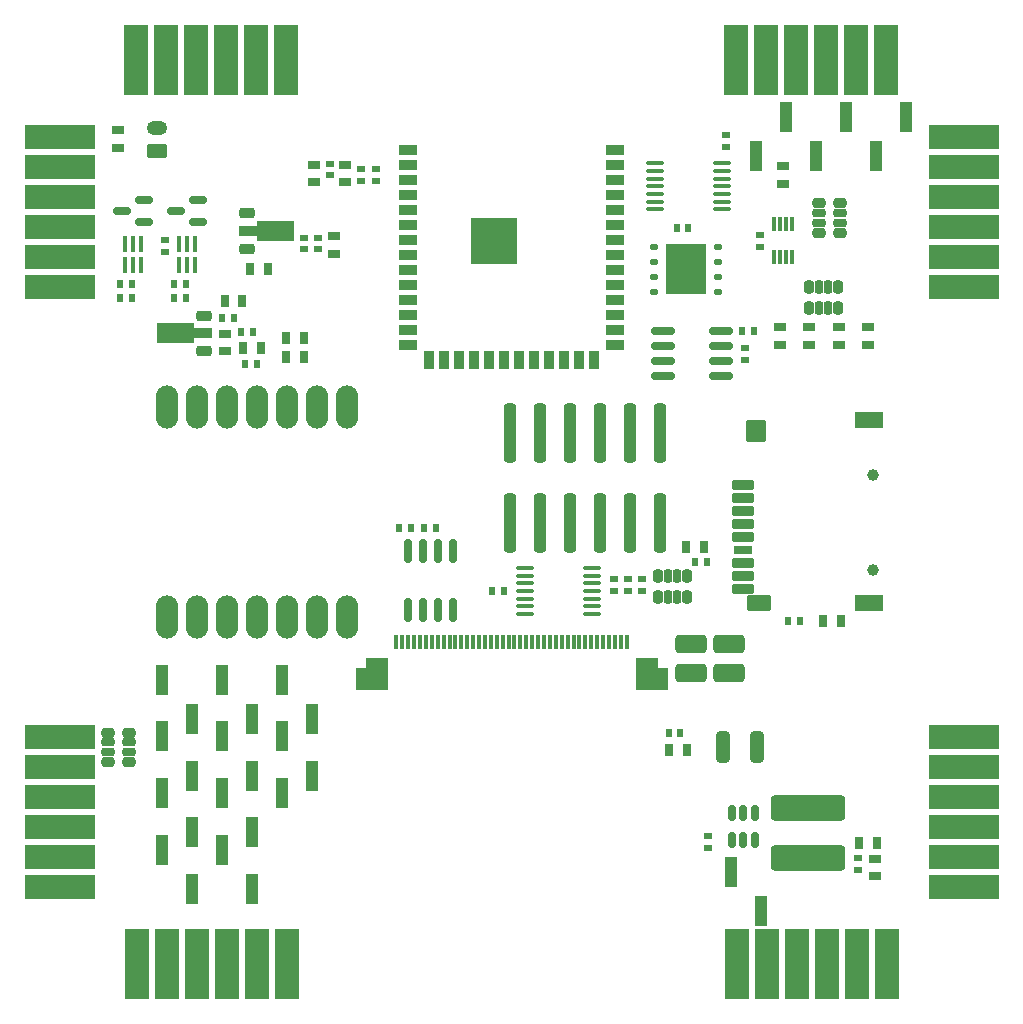
<source format=gts>
G04 #@! TF.GenerationSoftware,KiCad,Pcbnew,9.0.7*
G04 #@! TF.CreationDate,2026-02-18T22:11:59-06:00*
G04 #@! TF.ProjectId,grad_cap_display,67726164-5f63-4617-905f-646973706c61,rev?*
G04 #@! TF.SameCoordinates,Original*
G04 #@! TF.FileFunction,Soldermask,Top*
G04 #@! TF.FilePolarity,Negative*
%FSLAX46Y46*%
G04 Gerber Fmt 4.6, Leading zero omitted, Abs format (unit mm)*
G04 Created by KiCad (PCBNEW 9.0.7) date 2026-02-18 22:11:59*
%MOMM*%
%LPD*%
G01*
G04 APERTURE LIST*
G04 Aperture macros list*
%AMRoundRect*
0 Rectangle with rounded corners*
0 $1 Rounding radius*
0 $2 $3 $4 $5 $6 $7 $8 $9 X,Y pos of 4 corners*
0 Add a 4 corners polygon primitive as box body*
4,1,4,$2,$3,$4,$5,$6,$7,$8,$9,$2,$3,0*
0 Add four circle primitives for the rounded corners*
1,1,$1+$1,$2,$3*
1,1,$1+$1,$4,$5*
1,1,$1+$1,$6,$7*
1,1,$1+$1,$8,$9*
0 Add four rect primitives between the rounded corners*
20,1,$1+$1,$2,$3,$4,$5,0*
20,1,$1+$1,$4,$5,$6,$7,0*
20,1,$1+$1,$6,$7,$8,$9,0*
20,1,$1+$1,$8,$9,$2,$3,0*%
%AMFreePoly0*
4,1,9,3.862500,-0.866500,0.737500,-0.866500,0.737500,-0.450000,-0.737500,-0.450000,-0.737500,0.450000,0.737500,0.450000,0.737500,0.866500,3.862500,0.866500,3.862500,-0.866500,3.862500,-0.866500,$1*%
G04 Aperture macros list end*
%ADD10C,0.010000*%
%ADD11R,1.000000X0.800000*%
%ADD12R,0.700000X0.600000*%
%ADD13R,0.600000X0.700000*%
%ADD14C,0.600000*%
%ADD15R,3.900000X3.900000*%
%ADD16R,1.500000X0.900000*%
%ADD17R,0.900000X1.500000*%
%ADD18R,3.400000X4.300000*%
%ADD19RoundRect,0.125000X-0.250000X-0.125000X0.250000X-0.125000X0.250000X0.125000X-0.250000X0.125000X0*%
%ADD20RoundRect,0.102000X0.800000X-0.350000X0.800000X0.350000X-0.800000X0.350000X-0.800000X-0.350000X0*%
%ADD21RoundRect,0.102000X1.100000X-0.600000X1.100000X0.600000X-1.100000X0.600000X-1.100000X-0.600000X0*%
%ADD22RoundRect,0.102000X0.750000X-0.800000X0.750000X0.800000X-0.750000X0.800000X-0.750000X-0.800000X0*%
%ADD23RoundRect,0.102000X0.900000X-0.600000X0.900000X0.600000X-0.900000X0.600000X-0.900000X-0.600000X0*%
%ADD24R,1.600000X0.700000*%
%ADD25C,1.000000*%
%ADD26RoundRect,0.225000X0.425000X0.225000X-0.425000X0.225000X-0.425000X-0.225000X0.425000X-0.225000X0*%
%ADD27FreePoly0,180.000000*%
%ADD28RoundRect,0.225000X-0.425000X-0.225000X0.425000X-0.225000X0.425000X0.225000X-0.425000X0.225000X0*%
%ADD29FreePoly0,0.000000*%
%ADD30RoundRect,0.355555X0.969445X-0.444445X0.969445X0.444445X-0.969445X0.444445X-0.969445X-0.444445X0*%
%ADD31R,0.800000X1.000000*%
%ADD32RoundRect,0.150000X0.587500X0.150000X-0.587500X0.150000X-0.587500X-0.150000X0.587500X-0.150000X0*%
%ADD33RoundRect,0.100000X0.100000X-0.562500X0.100000X0.562500X-0.100000X0.562500X-0.100000X-0.562500X0*%
%ADD34RoundRect,0.100000X0.637500X0.100000X-0.637500X0.100000X-0.637500X-0.100000X0.637500X-0.100000X0*%
%ADD35RoundRect,0.203500X0.348500X0.203500X-0.348500X0.203500X-0.348500X-0.203500X0.348500X-0.203500X0*%
%ADD36RoundRect,0.183500X0.368500X0.183500X-0.368500X0.183500X-0.368500X-0.183500X0.368500X-0.183500X0*%
%ADD37O,1.750000X1.200000*%
%ADD38RoundRect,0.250000X0.625000X-0.350000X0.625000X0.350000X-0.625000X0.350000X-0.625000X-0.350000X0*%
%ADD39RoundRect,0.203500X0.203500X-0.348500X0.203500X0.348500X-0.203500X0.348500X-0.203500X-0.348500X0*%
%ADD40RoundRect,0.183500X0.183500X-0.368500X0.183500X0.368500X-0.183500X0.368500X-0.183500X-0.368500X0*%
%ADD41RoundRect,0.203500X-0.348500X-0.203500X0.348500X-0.203500X0.348500X0.203500X-0.348500X0.203500X0*%
%ADD42RoundRect,0.183500X-0.368500X-0.183500X0.368500X-0.183500X0.368500X0.183500X-0.368500X0.183500X0*%
%ADD43O,1.879600X3.657600*%
%ADD44R,1.000000X2.510000*%
%ADD45RoundRect,0.150000X-0.825000X-0.150000X0.825000X-0.150000X0.825000X0.150000X-0.825000X0.150000X0*%
%ADD46RoundRect,0.100000X-0.637500X-0.100000X0.637500X-0.100000X0.637500X0.100000X-0.637500X0.100000X0*%
%ADD47R,2.000000X6.000000*%
%ADD48RoundRect,0.150000X-0.150000X0.512500X-0.150000X-0.512500X0.150000X-0.512500X0.150000X0.512500X0*%
%ADD49R,6.000000X2.000000*%
%ADD50RoundRect,0.250000X-0.312500X-1.075000X0.312500X-1.075000X0.312500X1.075000X-0.312500X1.075000X0*%
%ADD51RoundRect,0.150000X0.150000X-0.825000X0.150000X0.825000X-0.150000X0.825000X-0.150000X-0.825000X0*%
%ADD52RoundRect,0.250000X0.260000X-2.250000X0.260000X2.250000X-0.260000X2.250000X-0.260000X-2.250000X0*%
%ADD53R,0.300000X1.200000*%
%ADD54RoundRect,0.087500X0.087500X-0.537500X0.087500X0.537500X-0.087500X0.537500X-0.087500X-0.537500X0*%
%ADD55RoundRect,0.322500X2.827500X-0.752500X2.827500X0.752500X-2.827500X0.752500X-2.827500X-0.752500X0*%
G04 APERTURE END LIST*
D10*
X27730000Y-53252500D02*
X25130000Y-53252500D01*
X25130000Y-51452500D01*
X25930000Y-51452500D01*
X25930000Y-50652500D01*
X27730000Y-50652500D01*
X27730000Y-53252500D01*
G36*
X27730000Y-53252500D02*
G01*
X25130000Y-53252500D01*
X25130000Y-51452500D01*
X25930000Y-51452500D01*
X25930000Y-50652500D01*
X27730000Y-50652500D01*
X27730000Y-53252500D01*
G37*
X50630000Y-51452500D02*
X51430000Y-51452500D01*
X51430000Y-53252500D01*
X48830000Y-53252500D01*
X48830000Y-50652500D01*
X50630000Y-50652500D01*
X50630000Y-51452500D01*
G36*
X50630000Y-51452500D02*
G01*
X51430000Y-51452500D01*
X51430000Y-53252500D01*
X48830000Y-53252500D01*
X48830000Y-50652500D01*
X50630000Y-50652500D01*
X50630000Y-51452500D01*
G37*
D11*
X24220076Y-8881849D03*
X24220076Y-10381849D03*
D12*
X25570076Y-10271847D03*
X25570076Y-9271849D03*
X26770076Y-10271847D03*
X26770076Y-9271849D03*
X22870076Y-8781850D03*
X22870076Y-9781848D03*
D11*
X21520076Y-8880605D03*
X21520076Y-10380605D03*
D13*
X9690077Y-20152469D03*
X10690075Y-20152469D03*
X9690077Y-18952469D03*
X10690075Y-18952469D03*
X14770076Y-21822469D03*
X13770076Y-21822469D03*
D14*
X38192500Y-16050000D03*
X38192500Y-14650000D03*
X37492500Y-16750000D03*
X37492500Y-15350000D03*
X37492500Y-13950000D03*
X36792500Y-16050000D03*
D15*
X36792500Y-15350000D03*
D14*
X36792500Y-14650000D03*
X36092500Y-16750000D03*
X36092500Y-15350000D03*
X36092500Y-13950000D03*
X35392500Y-16050000D03*
X35392500Y-14650000D03*
D16*
X47042500Y-7630000D03*
X47042500Y-8900000D03*
X47042500Y-10170000D03*
X47042500Y-11440000D03*
X47042500Y-12710000D03*
X47042500Y-13980000D03*
X47042500Y-15250000D03*
X47042500Y-16520000D03*
X47042500Y-17790000D03*
X47042500Y-19060000D03*
X47042500Y-20330000D03*
X47042500Y-21600000D03*
X47042500Y-22870000D03*
X47042500Y-24140000D03*
D17*
X45277500Y-25390000D03*
X44007500Y-25390000D03*
X42737500Y-25390000D03*
X41467500Y-25390000D03*
X40197500Y-25390000D03*
X38927500Y-25390000D03*
X37657500Y-25390000D03*
X36387500Y-25390000D03*
X35117500Y-25390000D03*
X33847500Y-25390000D03*
X32577500Y-25390000D03*
X31307500Y-25390000D03*
D16*
X29542500Y-24140000D03*
X29542500Y-22870000D03*
X29542500Y-21600000D03*
X29542500Y-20330000D03*
X29542500Y-19060000D03*
X29542500Y-17790000D03*
X29542500Y-16520000D03*
X29542500Y-15250000D03*
X29542500Y-13980000D03*
X29542500Y-12710000D03*
X29542500Y-11440000D03*
X29542500Y-10170000D03*
X29542500Y-8900000D03*
X29542500Y-7630000D03*
D18*
X53080076Y-17717469D03*
D19*
X55780076Y-15812469D03*
X55780076Y-17082469D03*
X55780076Y-18352469D03*
X55780076Y-19622469D03*
X50380076Y-19622469D03*
X50380076Y-18352469D03*
X50380076Y-17082469D03*
X50380076Y-15812469D03*
D20*
X57920000Y-44790000D03*
D21*
X68520000Y-30490000D03*
D22*
X58970000Y-31390000D03*
D21*
X68520000Y-45990000D03*
D23*
X59220000Y-45990000D03*
D20*
X57919999Y-43690000D03*
X57920000Y-42590000D03*
D24*
X57919999Y-41490000D03*
D20*
X57920000Y-40390000D03*
X57920000Y-39290001D03*
X57920000Y-38190000D03*
X57920000Y-37090000D03*
X57920000Y-35990000D03*
D25*
X68920000Y-35190000D03*
X68920000Y-43190001D03*
D26*
X12210076Y-24662469D03*
D27*
X12122575Y-23162469D03*
D26*
X12210076Y-21662469D03*
D28*
X15871986Y-15992469D03*
D29*
X15959487Y-14492469D03*
D28*
X15871986Y-12992469D03*
D30*
X56700000Y-51920000D03*
X56700000Y-49470000D03*
X53500000Y-49470000D03*
X53500000Y-51920000D03*
D12*
X54920076Y-66692468D03*
X54920076Y-65692470D03*
D31*
X67690076Y-66322469D03*
X69190076Y-66322469D03*
D11*
X23220076Y-16452469D03*
X23220076Y-14952469D03*
D31*
X17620076Y-17712469D03*
X16120076Y-17712469D03*
D12*
X21870076Y-15052470D03*
X21870076Y-16052468D03*
X20670076Y-15052470D03*
X20670076Y-16052468D03*
D31*
X20700076Y-25152469D03*
X19200076Y-25152469D03*
D13*
X6140075Y-18952469D03*
X5140077Y-18952469D03*
X6140075Y-20152469D03*
X5140077Y-20152469D03*
D12*
X8930076Y-15252470D03*
X8930076Y-16252468D03*
D13*
X15380077Y-23062469D03*
X16380075Y-23062469D03*
D32*
X5307424Y-12816462D03*
X7182425Y-11866462D03*
X7182425Y-13766462D03*
D33*
X5592426Y-17403962D03*
X6242426Y-17403962D03*
X6892426Y-17403962D03*
X6892426Y-15628962D03*
X6242426Y-15628962D03*
X5592426Y-15628962D03*
D32*
X9851986Y-12814968D03*
X11726987Y-11864968D03*
X11726987Y-13764968D03*
D33*
X10139487Y-15617468D03*
X10789487Y-15617468D03*
X11439487Y-15617468D03*
X11439487Y-17392468D03*
X10789487Y-17392468D03*
X10139487Y-17392468D03*
D13*
X16690075Y-25752469D03*
X15690077Y-25752469D03*
D31*
X19200076Y-23552469D03*
X20700076Y-23552469D03*
D34*
X45122531Y-46932469D03*
X45122531Y-46282469D03*
X45122531Y-45632469D03*
X45122531Y-44982469D03*
X45122531Y-44332469D03*
X45122531Y-43682469D03*
X45122531Y-43032469D03*
X39397531Y-43032469D03*
X39397531Y-43682469D03*
X39397531Y-44332469D03*
X39397531Y-44982469D03*
X39397531Y-45632469D03*
X39397531Y-46282469D03*
X39397531Y-46932469D03*
D35*
X66074720Y-14622469D03*
D36*
X66074720Y-13782469D03*
X66074720Y-12982469D03*
D35*
X66074720Y-12142469D03*
X64304720Y-12142469D03*
D36*
X64304720Y-12982469D03*
X64304720Y-13782469D03*
D35*
X64304720Y-14622469D03*
D37*
X8230076Y-5762468D03*
D38*
X8230076Y-7762469D03*
D39*
X63450076Y-21027469D03*
D40*
X64290076Y-21027469D03*
X65090076Y-21027469D03*
D39*
X65930076Y-21027469D03*
X65930076Y-19257469D03*
D40*
X65090076Y-19257469D03*
X64290076Y-19257469D03*
D39*
X63450076Y-19257469D03*
D41*
X4102500Y-56960000D03*
D42*
X4102500Y-57800000D03*
X4102500Y-58600000D03*
D41*
X4102500Y-59440000D03*
X5872500Y-59440000D03*
D42*
X5872500Y-58600000D03*
X5872500Y-57800000D03*
D41*
X5872500Y-56960000D03*
D39*
X50670076Y-45492469D03*
D40*
X51510076Y-45492469D03*
X52310076Y-45492469D03*
D39*
X53150076Y-45492469D03*
X53150076Y-43722469D03*
D40*
X52310076Y-43722469D03*
X51510076Y-43722469D03*
D39*
X50670076Y-43722469D03*
D43*
X9140000Y-47140000D03*
X11680000Y-47140000D03*
X14220000Y-47140000D03*
X16760000Y-47140000D03*
X19300000Y-47140000D03*
X21840000Y-47140000D03*
X24380000Y-47140000D03*
X24380000Y-29360000D03*
X21840000Y-29360000D03*
X19300000Y-29360000D03*
X16760000Y-29360000D03*
X14220000Y-29360000D03*
X11680000Y-29360000D03*
X9140000Y-29360000D03*
D13*
X31899999Y-39669988D03*
X30900001Y-39669988D03*
D44*
X8670076Y-66877469D03*
X11210076Y-70187469D03*
X13750076Y-66877469D03*
X16290076Y-70187469D03*
X58990000Y-8150000D03*
X61530000Y-4840000D03*
X64070000Y-8150000D03*
X66610000Y-4840000D03*
X69150000Y-8150000D03*
X71690000Y-4840000D03*
D13*
X62709999Y-47530000D03*
X61710001Y-47530000D03*
D45*
X51080076Y-22997469D03*
X51080076Y-24267469D03*
X51080076Y-25537469D03*
X51080076Y-26807469D03*
X56030076Y-26807469D03*
X56030076Y-25537469D03*
X56030076Y-24267469D03*
X56030076Y-22997469D03*
D46*
X50402576Y-8752469D03*
X50402576Y-9402469D03*
X50402576Y-10052469D03*
X50402576Y-10702469D03*
X50402576Y-11352469D03*
X50402576Y-12002469D03*
X50402576Y-12652469D03*
X56127576Y-12652469D03*
X56127576Y-12002469D03*
X56127576Y-11352469D03*
X56127576Y-10702469D03*
X56127576Y-10052469D03*
X56127576Y-9402469D03*
X56127576Y-8752469D03*
D47*
X6572498Y-76570000D03*
X6572498Y-76570000D03*
D25*
X6572499Y-74283999D03*
D47*
X9112499Y-76570000D03*
X9112499Y-76570000D03*
D25*
X9112499Y-74284000D03*
D47*
X11652499Y-76570000D03*
X11652499Y-76570000D03*
D25*
X11652499Y-74284000D03*
D47*
X14192499Y-76570000D03*
X14192499Y-76570000D03*
D25*
X14192499Y-74284000D03*
D47*
X16732499Y-76570000D03*
X16732499Y-76570000D03*
D25*
X16732499Y-74284000D03*
D47*
X19272500Y-76570000D03*
X19272500Y-76570000D03*
D25*
X19272499Y-74283999D03*
D47*
X57372499Y-76570000D03*
X57372499Y-76570000D03*
D25*
X57372499Y-74284000D03*
D47*
X59912499Y-76570000D03*
X59912499Y-76570000D03*
D25*
X59912499Y-74284000D03*
D47*
X62452498Y-76570000D03*
X62452498Y-76570000D03*
D25*
X62452498Y-74284000D03*
D47*
X64992500Y-76570000D03*
X64992500Y-76570000D03*
D25*
X64992500Y-74284000D03*
D47*
X67532499Y-76570000D03*
X67532499Y-76570000D03*
D25*
X67532499Y-74284000D03*
D47*
X70072499Y-76570000D03*
X70072499Y-76570000D03*
D25*
X70072499Y-74284000D03*
D44*
X8670000Y-62095001D03*
X11210000Y-65405001D03*
X13750000Y-62095001D03*
X16290000Y-65405001D03*
X18830000Y-62095001D03*
D31*
X51626120Y-58450000D03*
X53126120Y-58450000D03*
D12*
X58055076Y-25397468D03*
X58055076Y-24397470D03*
D44*
X21370000Y-60601247D03*
X18830000Y-57291247D03*
X16290000Y-60601247D03*
X13750000Y-57291247D03*
X11210000Y-60601247D03*
X8670000Y-57291247D03*
D31*
X64660000Y-47530000D03*
X66160000Y-47530000D03*
D12*
X49300076Y-43942470D03*
X49300076Y-44942468D03*
D11*
X61250000Y-9002469D03*
X61250000Y-10502469D03*
X69040076Y-67642469D03*
X69040076Y-69142469D03*
D13*
X53260075Y-14242469D03*
X52260077Y-14242469D03*
D47*
X70012502Y0D03*
X70012502Y0D03*
D25*
X70012501Y-2286001D03*
D47*
X67472501Y0D03*
X67472501Y0D03*
D25*
X67472501Y-2286000D03*
D47*
X64932501Y0D03*
X64932501Y0D03*
D25*
X64932501Y-2286000D03*
D47*
X62392501Y0D03*
X62392501Y0D03*
D25*
X62392501Y-2286000D03*
D47*
X59852501Y0D03*
X59852501Y0D03*
D25*
X59852501Y-2286000D03*
D47*
X57312500Y0D03*
X57312500Y0D03*
D25*
X57312501Y-2286001D03*
D47*
X19212501Y0D03*
X19212501Y0D03*
D25*
X19212501Y-2286000D03*
D47*
X16672501Y0D03*
X16672501Y0D03*
D25*
X16672501Y-2286000D03*
D47*
X14132502Y0D03*
X14132502Y0D03*
D25*
X14132502Y-2286000D03*
D47*
X11592500Y0D03*
X11592500Y0D03*
D25*
X11592500Y-2286000D03*
D47*
X9052501Y0D03*
X9052501Y0D03*
D25*
X9052501Y-2286000D03*
D47*
X6512501Y0D03*
X6512501Y0D03*
D25*
X6512501Y-2286000D03*
D48*
X58870000Y-63775000D03*
X57920001Y-63775000D03*
X56970002Y-63775000D03*
X56970002Y-66050000D03*
X57920001Y-66050000D03*
X58870000Y-66050000D03*
D49*
X35000Y-6567500D03*
X35000Y-6567500D03*
D25*
X2321000Y-6567500D03*
D49*
X35000Y-9107500D03*
X35000Y-9107500D03*
D25*
X2321000Y-9107500D03*
D49*
X35000Y-11647500D03*
X35000Y-11647500D03*
D25*
X2321000Y-11647500D03*
D49*
X35000Y-14187500D03*
X35000Y-14187500D03*
D25*
X2321000Y-14187500D03*
D49*
X35000Y-16727500D03*
X35000Y-16727500D03*
D25*
X2321000Y-16727500D03*
D49*
X35000Y-19267500D03*
X35000Y-19267500D03*
D25*
X2321000Y-19267500D03*
D49*
X35000Y-57367500D03*
X35000Y-57367500D03*
D25*
X2321000Y-57367500D03*
D49*
X35000Y-59907500D03*
X35000Y-59907500D03*
D25*
X2321000Y-59907500D03*
D49*
X35000Y-62447500D03*
X35000Y-62447500D03*
D25*
X2321000Y-62447500D03*
D49*
X35000Y-64987500D03*
X35000Y-64987500D03*
D25*
X2321000Y-64987500D03*
D49*
X35000Y-67527500D03*
X35000Y-67527500D03*
D25*
X2321000Y-67527500D03*
D49*
X35000Y-70067500D03*
X35000Y-70067500D03*
D25*
X2321000Y-70067500D03*
D11*
X60980076Y-24122469D03*
X60980076Y-22622469D03*
X4970076Y-7462469D03*
X4970076Y-5962469D03*
D49*
X76550000Y-70007500D03*
X76550000Y-70007500D03*
D25*
X74264000Y-70007500D03*
D49*
X76550000Y-67467500D03*
X76550000Y-67467500D03*
D25*
X74264000Y-67467500D03*
D49*
X76550000Y-64927500D03*
X76550000Y-64927500D03*
D25*
X74264000Y-64927500D03*
D49*
X76550000Y-62387500D03*
X76550000Y-62387500D03*
D25*
X74264000Y-62387500D03*
D49*
X76550000Y-59847500D03*
X76550000Y-59847500D03*
D25*
X74264000Y-59847500D03*
D49*
X76550000Y-57307500D03*
X76550000Y-57307500D03*
D25*
X74264000Y-57307500D03*
D49*
X76550000Y-19207500D03*
X76550000Y-19207500D03*
D25*
X74264000Y-19207500D03*
D49*
X76550000Y-16667500D03*
X76550000Y-16667500D03*
D25*
X74264000Y-16667500D03*
D49*
X76550000Y-14127500D03*
X76550000Y-14127500D03*
D25*
X74264000Y-14127500D03*
D49*
X76550000Y-11587500D03*
X76550000Y-11587500D03*
D25*
X74264000Y-11587500D03*
D49*
X76550000Y-9047500D03*
X76550000Y-9047500D03*
D25*
X74264000Y-9047500D03*
D49*
X76550000Y-6507500D03*
X76550000Y-6507500D03*
D25*
X74264000Y-6507500D03*
D12*
X59310076Y-14812470D03*
X59310076Y-15812468D03*
X48120076Y-43942470D03*
X48120076Y-44942468D03*
X46947607Y-44942468D03*
X46947607Y-43942470D03*
D11*
X68480076Y-24122469D03*
X68480076Y-22622469D03*
X65980076Y-24122469D03*
X65980076Y-22622469D03*
D50*
X56175000Y-58200000D03*
X59100000Y-58200000D03*
D44*
X8670076Y-52493920D03*
X11210076Y-55803920D03*
X13750076Y-52493920D03*
X16290076Y-55803920D03*
X18830076Y-52493920D03*
X21370076Y-55803920D03*
D51*
X29505000Y-46574988D03*
X30775000Y-46574988D03*
X32045000Y-46574988D03*
X33315000Y-46574988D03*
X33315000Y-41624988D03*
X32045000Y-41624988D03*
X30775000Y-41624988D03*
X29505000Y-41624988D03*
D11*
X63480076Y-24122469D03*
X63480076Y-22622469D03*
D52*
X38175000Y-39225000D03*
X38175000Y-31625000D03*
X40715000Y-39225000D03*
X40715000Y-31625000D03*
X43255000Y-39225000D03*
X43255000Y-31625000D03*
X45795000Y-39225000D03*
X45795000Y-31625000D03*
X48335000Y-39225000D03*
X48335000Y-31625000D03*
X50875000Y-39225000D03*
X50875000Y-31625000D03*
D13*
X51585072Y-57000000D03*
X52585070Y-57000000D03*
D44*
X56880000Y-68745000D03*
X59420000Y-72055000D03*
D53*
X28530000Y-49252500D03*
X29030000Y-49252500D03*
X29530000Y-49252500D03*
X30030000Y-49252500D03*
X30530000Y-49252500D03*
X31030000Y-49252500D03*
X31530000Y-49252500D03*
X32030000Y-49252500D03*
X32530000Y-49252500D03*
X33030000Y-49252500D03*
X33530000Y-49252500D03*
X34030000Y-49252500D03*
X34530000Y-49252500D03*
X35030000Y-49252500D03*
X35530000Y-49252500D03*
X36030000Y-49252500D03*
X36530000Y-49252500D03*
X37030000Y-49252500D03*
X37530000Y-49252500D03*
X38030000Y-49252500D03*
X38530000Y-49252500D03*
X39030000Y-49252500D03*
X39530000Y-49252500D03*
X40030000Y-49252500D03*
X40530000Y-49252500D03*
X41030000Y-49252500D03*
X41530000Y-49252500D03*
X42030000Y-49252500D03*
X42530000Y-49252500D03*
X43030000Y-49252500D03*
X43530000Y-49252500D03*
X44030000Y-49252500D03*
X44530000Y-49252500D03*
X45030000Y-49252500D03*
X45530000Y-49252500D03*
X46030000Y-49252500D03*
X46530000Y-49252500D03*
X47030000Y-49252500D03*
X47530000Y-49252500D03*
X48030000Y-49252500D03*
D12*
X67640076Y-67622471D03*
X67640076Y-68622469D03*
D54*
X60510074Y-16712469D03*
X61010075Y-16712469D03*
X61510075Y-16712469D03*
X62010076Y-16712469D03*
X62010076Y-13912469D03*
X61510075Y-13912469D03*
X61010075Y-13912469D03*
X60510074Y-13912469D03*
D55*
X63392599Y-67562500D03*
X63392599Y-63387499D03*
D12*
X56430076Y-7352468D03*
X56430076Y-6352470D03*
D13*
X57780076Y-22972469D03*
X58780076Y-22972469D03*
X29770076Y-39672457D03*
X28770076Y-39672457D03*
D31*
X13985076Y-20452469D03*
X15485076Y-20452469D03*
D11*
X13990076Y-23187469D03*
X13990076Y-24687469D03*
D13*
X53810076Y-42482469D03*
X54810076Y-42482469D03*
D31*
X54595076Y-41222469D03*
X53095076Y-41222469D03*
X15562577Y-24362469D03*
X17062577Y-24362469D03*
D13*
X37640076Y-44972469D03*
X36640076Y-44972469D03*
M02*

</source>
